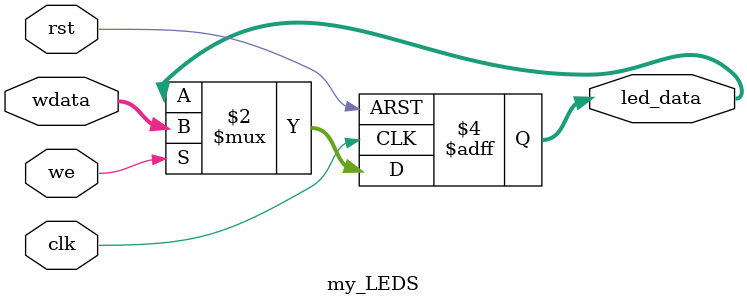
<source format=v>
`timescale 1ns / 1ps

module my_LEDS(
    input wire         rst,
    input wire         clk,
    //input wire [31:0]  addr,
    input wire         we,
    input wire [31:0]  wdata,
    output reg [31:0]  led_data
    );
    
    always @(posedge clk or posedge rst) begin
        if(rst) begin
            led_data <= 32'h0;
        end
        else begin
            if(we)begin
                led_data <= wdata;
            end
        end
    end
    
endmodule

</source>
